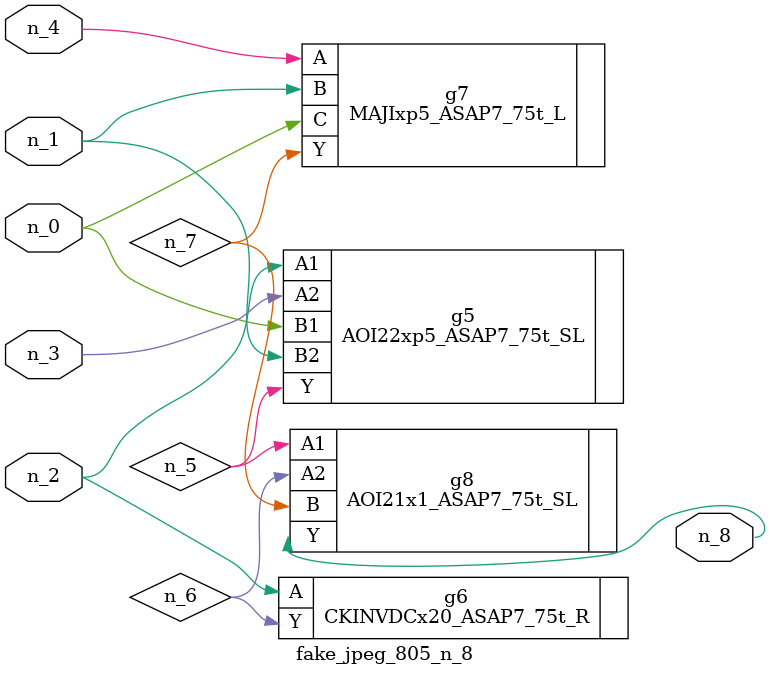
<source format=v>
module fake_jpeg_805_n_8 (n_3, n_2, n_1, n_0, n_4, n_8);

input n_3;
input n_2;
input n_1;
input n_0;
input n_4;

output n_8;

wire n_6;
wire n_5;
wire n_7;

AOI22xp5_ASAP7_75t_SL g5 ( 
.A1(n_2),
.A2(n_3),
.B1(n_0),
.B2(n_1),
.Y(n_5)
);

CKINVDCx20_ASAP7_75t_R g6 ( 
.A(n_2),
.Y(n_6)
);

MAJIxp5_ASAP7_75t_L g7 ( 
.A(n_4),
.B(n_1),
.C(n_0),
.Y(n_7)
);

AOI21x1_ASAP7_75t_SL g8 ( 
.A1(n_5),
.A2(n_6),
.B(n_7),
.Y(n_8)
);


endmodule
</source>
